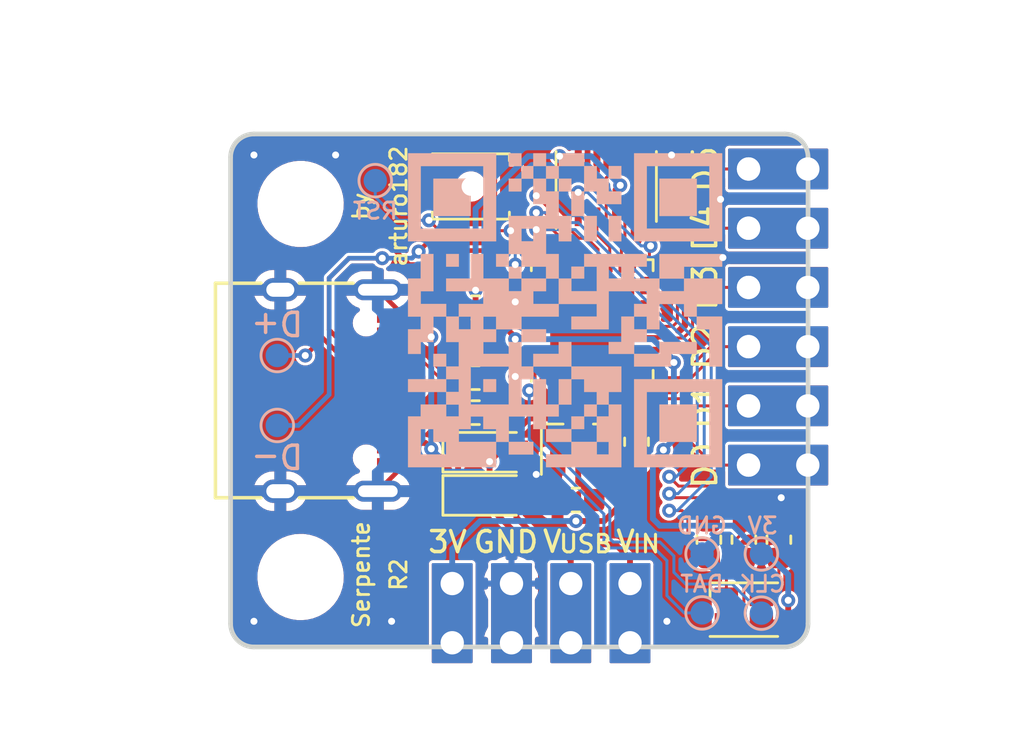
<source format=kicad_pcb>
(kicad_pcb (version 20221018) (generator pcbnew)
  (layers (0 "F.Cu" signal) (31 "B.Cu" signal) (34 "B.Paste" user) (35 "F.Paste" user) (36 "B.SilkS" user "B.Silkscreen") (37 "F.SilkS" user "F.Silkscreen") (38 "B.Mask" user) (39 "F.Mask" user) (44 "Edge.Cuts" user))
  (net 0 "")
  (net 1 "+5V")
  (net 2 "GND")
  (net 3 "+3V3")
  (net 4 "Net-(C4-Pad1)")
  (net 5 "VBUS")
  (net 6 "Net-(D3-Pad2)")
  (net 7 "Net-(D3-Pad1)")
  (net 8 "/USB_D+")
  (net 9 "Net-(J1-PadA5)")
  (net 10 "Net-(J1-PadB8)")
  (net 11 "/USB_D-")
  (net 12 "Net-(J1-PadB5)")
  (net 13 "Net-(J1-PadA8)")
  (net 14 "VIN")
  (net 15 "/GPIO5")
  (net 16 "/GPIO4")
  (net 17 "/GPIO3")
  (net 18 "/GPIO2")
  (net 19 "/GPIO1")
  (net 20 "/GPIO0")
  (net 21 "/LED_R")
  (net 22 "/LED_G")
  (net 23 "/LED_B")
  (net 24 "Net-(R6-Pad1)")
  (net 25 "Net-(TP2-Pad1)")
  (net 26 "/FLASH_SCK")
  (net 27 "/FLASH_MOSI")
  (net 28 "/FLASH_MISO")
  (net 29 "/FLASH_CS")
  (net 30 "Net-(U3-Pad27)")
  (net 31 "Net-(U3-Pad25)")
  (net 32 "Net-(U3-Pad15)")
  (net 33 "Net-(U3-Pad14)")
  (net 34 "Net-(U3-Pad13)")
  (net 35 "Net-(U3-Pad4)")
  (net 36 "Net-(U3-Pad3)")
  (net 37 "Net-(U3-Pad2)")
  (net 38 "Net-(U3-Pad1)")
  (net 39 "Net-(D3-Pad4)")
  (net 40 "/~{RESET}")
  (footprint "Capacitor_SMD:C_0603_1608Metric" (layer "F.Cu") (at 131.8 60.7)
    (fp_text reference "C1" hide)
    (fp_text value "1uF")
  )
  (footprint "Diode_SMD:D_SOD-323_HandSoldering" (layer "F.Cu") (at 128 58.65)
    (fp_text reference "D1" hide)
    (fp_text value "D_Schottky_Small")
  )
  (footprint "Connector_USB_Extra:USB_C_Receptacle_GT-USB-7010" (layer "F.Cu") (at 121 56 -90)
    (fp_text reference "J1" hide)
    (fp_text value "USB_C_Receptacle_USB2.0")
  )
  (footprint "Resistor_SMD:R_0603_1608Metric" (layer "F.Cu") (at 137.5 62.4 90)
    (fp_text reference "R1" hide)
    (fp_text value "360R")
  )
  (footprint "Resistor_SMD:R_0603_1608Metric" (layer "F.Cu") (at 139 62.4 90)
    (fp_text reference "R2" hide)
    (fp_text value "150R")
  )
  (footprint "Resistor_SMD:R_0603_1608Metric" (layer "F.Cu") (at 127.5 55.45 180)
    (fp_text reference "R4" hide)
    (fp_text value "5.1K")
  )
  (footprint "Resistor_SMD:R_0603_1608Metric" (layer "F.Cu") (at 127.5 56.95 180)
    (fp_text reference "R5" hide)
    (fp_text value "5.1K")
  )
  (footprint "Resistor_SMD:R_0603_1608Metric" (layer "F.Cu") (at 127.5 53.95 180)
    (fp_text reference "R6" hide)
    (fp_text value "1K")
  )
  (footprint "Button_Switch_SMD:SW_SPST_B3U-1000P-B" (layer "F.Cu") (at 127.3 47.25)
    (fp_text reference "SW1" hide)
    (fp_text value "SW_RESET")
  )
  (footprint "Package_SON_Extra:USON-8_3x4mm_P0.8mm" (layer "F.Cu") (at 133.1 47.25 90)
    (fp_text reference "U1" hide)
    (fp_text value "GD25Q32CNIGR")
  )
  (footprint "Package_TO_SOT_SMD:SOT-23" (layer "F.Cu") (at 131.9 58.2 90)
    (fp_text reference "U2" hide)
    (fp_text value "MCP1700-3302E_SOT23")
  )
  (footprint "MountingHole:MountingHole_3.2mm_M3" (layer "F.Cu") (at 120 64)
    (fp_text reference "REF**" hide)
    (fp_text value "MountingHole_3.2mm_M3")
  )
  (footprint "MountingHole:MountingHole_3.2mm_M3" (layer "F.Cu") (at 120 48)
    (fp_text reference "REF**" hide)
    (fp_text value "MountingHole_3.2mm_M3")
  )
  (footprint "Capacitor_SMD:C_0603_1608Metric" (layer "F.Cu") (at 127.5 52.45 180)
    (fp_text reference "C4" hide)
    (fp_text value "1uF")
  )
  (footprint "Capacitor_SMD:C_0603_1608Metric" (layer "F.Cu") (at 127.5 50.95 180)
    (fp_text reference "C2" hide)
    (fp_text value "0.1uF")
  )
  (footprint "Capacitor_SMD:C_0603_1608Metric" (layer "F.Cu") (at 134.4 58.2 90)
    (fp_text reference "C3" hide)
    (fp_text value "10uF")
  )
  (footprint "Package_DFN_QFN:QFN-32-1EP_5x5mm_P0.5mm_EP3.6x3.6mm" (layer "F.Cu") (at 132.5 53 90)
    (fp_text reference "U3" hide)
    (fp_text value "ATSAMD21E18A")
  )
  (footprint "LED_SMD:LED_Cree-PLCC4_2x2mm_CW" (layer "F.Cu") (at 139 65.4)
    (fp_text reference "D3" hide)
    (fp_text value "LED_RBAG")
  )
  (footprint "Diode_SMD:D_SOD-323_HandSoldering" (layer "F.Cu") (at 128 60.5)
    (fp_text reference "D2" hide)
    (fp_text value "D_Schottky_Small")
  )
  (footprint "Connector_PinHeader_2.54mm_Extra:PinHeader_1x06_P2.54mm_Vertical_Castellated" (layer "F.Cu") (at 139.2 46.5)
    (fp_text reference "J3" hide)
    (fp_text value "Conn_GPIO")
  )
  (footprint "Resistor_SMD:R_0603_1608Metric" (layer "F.Cu") (at 140.5 62.4 90)
    (fp_text reference "R3" hide)
    (fp_text value "150R")
  )
  (footprint "Connector_PinHeader_2.54mm_Extra:PinHeader_1x04_P2.54mm_Vertical_Castellated" (layer "F.Cu") (at 134.1191 64.2808 -90)
    (fp_text reference "J2" hide)
    (fp_text value "Conn_Power")
  )
  (footprint "TestPoint:TestPoint_Pad_D1.0mm" (layer "B.Cu") (at 137.21 63.01 180)
    (fp_text reference "TP4" hide)
    (fp_text value "TP_GND")
  )
  (footprint "serpente:qrcode" (layer "B.Cu") (at 131.318 52.578 180)
    (fp_text reference "G***" hide)
    (fp_text value "LOGO" hide)
  )
  (footprint "TestPoint:TestPoint_Pad_D1.0mm" (layer "B.Cu") (at 119 57.5)
    (fp_text reference "TP5" hide)
    (fp_text value "TP_USB_D-")
  )
  (footprint "TestPoint:TestPoint_Pad_D1.0mm" (layer "B.Cu") (at 119 54.5)
    (fp_text reference "TP6" hide)
    (fp_text value "TP_USB_D+")
  )
  (footprint "TestPoint:TestPoint_Pad_D1.0mm" (layer "B.Cu") (at 139.75 63.01 180)
    (fp_text reference "TP3" hide)
    (fp_text value "TP_VDD")
  )
  (footprint "TestPoint:TestPoint_Pad_D1.0mm" (layer "B.Cu") (at 137.21 65.54 180)
    (fp_text reference "TP2" hide)
    (fp_text value "TP_SWDIO")
  )
  (footprint "TestPoint:TestPoint_Pad_D1.0mm" (layer "B.Cu") (at 123.2 47)
    (fp_text reference "TP7" hide)
    (fp_text value "TP_RESET")
  )
  (footprint "TestPoint:TestPoint_Pad_D1.0mm" (layer "B.Cu") (at 139.75 65.55 180)
    (fp_text reference "TP1" hide)
    (fp_text value "TP_SWCLK")
  )
  (gr_line (start 140.75 67) (end 118 67) (stroke (width 0.2)) (layer "Edge.Cuts"))
  (gr_arc (start 118 67) (mid 117.292893 66.707107) (end 117 66) (stroke (width 0.2)) (layer "Edge.Cuts"))
  (gr_arc (start 140.75 45) (mid 141.457107 45.292893) (end 141.75 46) (stroke (width 0.2)) (layer "Edge.Cuts"))
  (gr_arc (start 141.75 66) (mid 141.457107 66.707107) (end 140.75 67) (stroke (width 0.2)) (layer "Edge.Cuts"))
  (gr_line (start 117 46) (end 117 66) (stroke (width 0.2)) (layer "Edge.Cuts"))
  (gr_arc (start 117 46) (mid 117.292893 45.292893) (end 118 45) (stroke (width 0.2)) (layer "Edge.Cuts"))
  (gr_line (start 118 45) (end 140.75 45) (stroke (width 0.2)) (layer "Edge.Cuts"))
  (gr_line (start 141.75 46) (end 141.75 66) (stroke (width 0.2)) (layer "Edge.Cuts"))
  (gr_text "+" (at 118.5 53.2 180) (layer "B.SilkS") (effects (font (size 1 1))))
  (gr_text "D" (at 119.6 58.8 180) (layer "B.SilkS") (effects (font (size 1 1))))
  (gr_text "CLK" (at 139.8 64.3) (layer "B.SilkS") (effects (font (size 0.7 0.7) (thickness 0.12)) (justify mirror)))
  (gr_text "DAT" (at 137.2 64.3) (layer "B.SilkS") (effects (font (size 0.7 0.7) (thickness 0.12)) (justify mirror)))
  (gr_text "GND" (at 137.2 61.8) (layer "B.SilkS") (effects (font (size 0.7 0.7) (thickness 0.12)) (justify mirror)))
  (gr_text "3V" (at 139.8 61.8) (layer "B.SilkS") (effects (font (size 0.7 0.7) (thickness 0.12)) (justify mirror)))
  (gr_text "RST" (at 123.2 48.3) (layer "B.SilkS") (effects (font (size 0.7 0.7) (thickness 0.12)) (justify mirror)))
  (gr_text "D" (at 119.6 53.1 180) (layer "B.SilkS") (effects (font (size 1 1))))
  (gr_text "-" (at 118.5 58.9 180) (layer "B.SilkS") (effects (font (size 1 1))))
  (gr_text "D4" (at 137.3346 49.0474 90) (layer "F.SilkS") (effects (font (size 1 1))))
  (gr_text "D3" (at 137.3346 51.5874 90) (layer "F.SilkS") (effects (font (size 1 1))))
  (gr_text "D2" (at 137.3346 54.1274 90) (layer "F.SilkS") (effects (font (size 1 1))))
  (gr_text "D1" (at 137.3346 56.6674 90) (layer "F.SilkS") (effects (font (size 1 1))))
  (gr_text "D0" (at 137.3346 59.2074 90) (layer "F.SilkS") (effects (font (size 1 1))))
  (gr_text "V" (at 130.7895 62.4808) (layer "F.SilkS") (effects (font (size 0.9 0.9))))
  (gr_text "GND" (at 128.8 62.5) (layer "F.SilkS") (effects (font (size 0.9 0.9))))
  (gr_text "V" (at 133.9295 62.4808) (layer "F.SilkS") (effects (font (size 0.9 0.9))))
  (gr_text "3V" (at 126.3 62.5) (layer "F.SilkS") (effects (font (size 0.9 0.9))))
  (gr_text "USB" (at 132.2191 62.5808) (layer "F.SilkS") (effects (font (size 0.75 0.75) (thickness 0.13))))
  (gr_text "IN" (at 134.8191 62.5808) (layer "F.SilkS") (effects (font (size 0.75 0.75) (thickness 0.13))))
  (gr_text "arturo182" (at 124.2 48.1 90) (layer "F.SilkS") (effects (font (size 0.7 0.7) (thickness 0.12))))
  (gr_text "R2" (at 124.2 63.9 90) (layer "F.SilkS") (effects (font (size 0.7 0.7) (thickness 0.12))))
  (gr_text "Serpente" (at 122.6 63.9 90) (layer "F.SilkS") (effects (font (size 0.7 0.7) (thickness 0.12))))
  (gr_text "by" (at 122.6 48.1 90) (layer "F.SilkS") (effects (font (size 0.7 0.7) (thickness 0.12))))
  (gr_text "D5" (at 137.3346 46.5074 90) (layer "F.SilkS") (effects (font (size 1 1))))
  (segment (start 129.2 57.8) (end 129.8 57.2) (width 0.25) (layer "F.Cu") (net 1))
  (segment (start 126.75 58.65) (end 127.45 58.65) (width 0.25) (layer "F.Cu") (net 1))
  (segment (start 126.75 58.65) (end 126.75 60.5) (width 0.25) (layer "F.Cu") (net 1))
  (segment (start 127.45 58.65) (end 128.3 57.8) (width 0.25) (layer "F.Cu") (net 1))
  (segment (start 129.8 57.2) (end 131.9 57.2) (width 0.25) (layer "F.Cu") (net 1))
  (segment (start 128.3 57.8) (end 129.2 57.8) (width 0.25) (layer "F.Cu") (net 1))
  (segment (start 131.9 59.9125) (end 132.5875 60.6) (width 0.25) (layer "F.Cu") (net 1))
  (segment (start 131.9 57.2) (end 131.9 59.9125) (width 0.25) (layer "F.Cu") (net 1))
  (segment (start 130.3 63.9) (end 130.3 64.8) (width 0.25) (layer "F.Cu") (net 2))
  (segment (start 129.0391 62.8391) (end 129.0391 66.64799) (width 0.25) (layer "F.Cu") (net 2))
  (segment (start 135.45 54.25) (end 135.600001 54.099999) (width 0.25) (layer "F.Cu") (net 2))
  (segment (start 124.15 59.48) (end 123.31 60.32) (width 0.2) (layer "F.Cu") (net 2))
  (segment (start 129.2 52.4) (end 129.2 52.2) (width 0.25) (layer "F.Cu") (net 2))
  (segment (start 130.241181 64.2808) (end 130.3 64.221981) (width 0.25) (layer "F.Cu") (net 2))
  (segment (start 130.05 52.75) (end 129.55 52.75) (width 0.25) (layer "F.Cu") (net 2))
  (segment (start 127.7 64.143781) (end 127.7 64.7) (width 0.25) (layer "F.Cu") (net 2))
  (segment (start 129.0391 64.2808) (end 130.241181 64.2808) (width 0.25) (layer "F.Cu") (net 2))
  (segment (start 129.0391 64.2808) (end 127.837019 64.2808) (width 0.25) (layer "F.Cu") (net 2))
  (segment (start 126.7125 50.95) (end 126.7125 52.45) (width 0.25) (layer "F.Cu") (net 2))
  (segment (start 124.35 52.75) (end 124.15 52.95) (width 0.25) (layer "F.Cu") (net 2))
  (segment (start 124.15 52.95) (end 124.15 52.65) (width 0.2) (layer "F.Cu") (net 2))
  (segment (start 124.15 52.52) (end 123.31 51.68) (width 0.2) (layer "F.Cu") (net 2))
  (segment (start 134.95 54.25) (end 135.45 54.25) (width 0.25) (layer "F.Cu") (net 2))
  (segment (start 124.15 59.05) (end 124.15 59.35) (width 0.2) (layer "F.Cu") (net 2))
  (segment (start 135.600001 54.099999) (end 136.500011 54.099999) (width 0.25) (layer "F.Cu") (net 2))
  (segment (start 129.55 52.75) (end 129.2 52.4) (width 0.25) (layer "F.Cu") (net 2))
  (segment (start 130.1 59.6) (end 130.55 59.6) (width 0.25) (layer "F.Cu") (net 2))
  (segment (start 128.2875 55.45) (end 128.2875 56.95) (width 0.25) (layer "F.Cu") (net 2))
  (segment (start 127.837019 64.2808) (end 127.7 64.143781) (width 0.25) (layer "F.Cu") (net 2))
  (via (at 135.7 65.9) (size 0.6) (drill 0.3) (layers "F.Cu" "B.Cu") (net 2))
  (via (at 135.9 45.9) (size 0.6) (drill 0.3) (layers "F.Cu" "B.Cu") (net 2))
  (via (at 123.9 65.9) (size 0.6) (drill 0.3) (layers "F.Cu" "B.Cu") (net 2))
  (via (at 121.5 45.9) (size 0.6) (drill 0.3) (layers "F.Cu" "B.Cu") (net 2))
  (via (at 140.6 60.6) (size 0.6) (drill 0.3) (layers "F.Cu" "B.Cu") (net 2))
  (via (at 130.1 59.6) (size 0.6) (drill 0.3) (layers "F.Cu" "B.Cu") (net 2))
  (via (at 138.1 50.3) (size 0.6) (drill 0.3) (layers "F.Cu" "B.Cu") (net 2))
  (via (at 118 65.9) (size 0.6) (drill 0.3) (layers "F.Cu" "B.Cu") (net 2))
  (via (at 118 45.9) (size 0.6) (drill 0.3) (layers "F.Cu" "B.Cu") (net 2))
  (via (at 138 47.8) (size 0.6) (drill 0.3) (layers "F.Cu" "B.Cu") (net 2))
  (via (at 129.2 52.2) (size 0.6) (drill 0.3) (layers "F.Cu" "B.Cu") (net 2))
  (segment (start 127.7 64.143781) (end 127.7 64.9) (width 0.25) (layer "B.Cu") (net 2))
  (segment (start 129.0391 64.2808) (end 127.837019 64.2808) (width 0.25) (layer "B.Cu") (net 2))
  (segment (start 130.4 64.121981) (end 130.4 64.9) (width 0.25) (layer "B.Cu") (net 2))
  (segment (start 130.241181 64.2808) (end 130.4 64.121981) (width 0.25) (layer "B.Cu") (net 2))
  (segment (start 129.0391 64.2808) (end 130.241181 64.2808) (width 0.25) (layer "B.Cu") (net 2))
  (segment (start 129.0391 64.2808) (end 129.0391 62.9609) (width 0.25) (layer "B.Cu") (net 2))
  (segment (start 127.837019 64.2808) (end 127.7 64.143781) (width 0.25) (layer "B.Cu") (net 2))
  (segment (start 133.6 59.2) (end 133.8 59.2) (width 0.25) (layer "F.Cu") (net 3))
  (segment (start 133.4 59.2) (end 133.6 59.2) (width 0.25) (layer "F.Cu") (net 3))
  (segment (start 126.4991 64.2808) (end 126.4991 66.64799) (width 0.25) (layer "F.Cu") (net 3))
  (segment (start 140.45 65.95) (end 139.75 65.95) (width 0.25) (layer "F.Cu") (net 3))
  (segment (start 132.6 46.7) (end 132 46.7) (width 0.25) (layer "F.Cu") (net 3))
  (segment (start 132.85 59.2) (end 133.4 59.2) (width 0.25) (layer "F.Cu") (net 3))
  (segment (start 131.9 46.6) (end 131.9 45.95) (width 0.25) (layer "F.Cu") (net 3))
  (segment (start 140.9 65.5) (end 140.45 65.95) (width 0.25) (layer "F.Cu") (net 3))
  (segment (start 127.5 53.4) (end 126.95 53.95) (width 0.25) (layer "F.Cu") (net 3))
  (segment (start 128.701248 53.22299) (end 127.62299 53.22299) (width 0.25) (layer "F.Cu") (net 3))
  (segment (start 133.5 59.2) (end 133.6 59.3) (width 0.25) (layer "F.Cu") (net 3))
  (segment (start 127.62299 53.22299) (end 127.5 53.1) (width 0.25) (layer "F.Cu") (net 3))
  (segment (start 127.5 51.4) (end 127.5 51.7) (width 0.25) (layer "F.Cu") (net 3))
  (segment (start 133.8 59.2) (end 134.1875 59.2) (width 0.25) (layer "F.Cu") (net 3))
  (segment (start 129.2 53.721742) (end 128.701248 53.22299) (width 0.25) (layer "F.Cu") (net 3))
  (segment (start 132 46.7) (end 131.9 46.6) (width 0.25) (layer "F.Cu") (net 3))
  (segment (start 134.95 54.75) (end 135.95 54.75) (width 0.25) (layer "F.Cu") (net 3))
  (segment (start 135.1125 58.9875) (end 135.55 58.55) (width 0.25) (layer "F.Cu") (net 3))
  (segment (start 127.5 53.1) (end 127.5 53.4) (width 0.25) (layer "F.Cu") (net 3))
  (segment (start 131.1 46.374264) (end 131.425736 46.7) (width 0.25) (layer "F.Cu") (net 3))
  (segment (start 140.9 65) (end 140.9 65.5) (width 0.25) (layer "F.Cu") (net 3))
  (segment (start 133.014129 61.6) (end 133.6 61.014129) (width 0.25) (layer "F.Cu") (net 3))
  (segment (start 133.6 59.3) (end 133.6 59.2) (width 0.25) (layer "F.Cu") (net 3))
  (segment (start 131.425736 46.7) (end 132 46.7) (width 0.25) (layer "F.Cu") (net 3))
  (segment (start 131.8 61.6) (end 133.014129 61.6) (width 0.25) (layer "F.Cu") (net 3))
  (segment (start 132.7 45.95) (end 132.7 46.6) (width 0.25) (layer "F.Cu") (net 3))
  (segment (start 133.5 48.55) (end 133.5 47.4) (width 0.25) (layer "F.Cu") (net 3))
  (segment (start 133.7 59.2) (end 133.6 59.3) (width 0.25) (layer "F.Cu") (net 3))
  (segment (start 129.25 53.75) (end 129.2 53.8) (width 0.25) (layer "F.Cu") (net 3))
  (segment (start 132.7 46.6) (end 132.6 46.7) (width 0.25) (layer "F.Cu") (net 3))
  (segment (start 130.05 53.75) (end 129.25 53.75) (width 0.25) (layer "F.Cu") (net 3))
  (segment (start 127.95 50.95) (end 127.5 51.4) (width 0.25) (layer "F.Cu") (net 3))
  (segment (start 129.2 53.8) (end 129.2 53.721742) (width 0.25) (layer "F.Cu") (net 3))
  (segment (start 135.95 54.75) (end 136 54.8) (width 0.25) (layer "F.Cu") (net 3))
  (segment (start 133.5 47.4) (end 133.7 47.2) (width 0.25) (layer "F.Cu") (net 3))
  (segment (start 134.4 58.9875) (end 135.1125 58.9875) (width 0.25) (layer "F.Cu") (net 3))
  (segment (start 127.5 51.7) (end 127.5 53.1) (width 0.25) (layer "F.Cu") (net 3))
  (segment (start 131.1 45.95) (end 131.1 46.374264) (width 0.25) (layer "F.Cu") (net 3))
  (segment (start 133.6 61.014129) (end 133.6 59.3) (width 0.25) (layer "F.Cu") (net 3))
  (via (at 131.1 45.95) (size 0.6) (drill 0.3) (layers "F.Cu" "B.Cu") (net 3))
  (via (at 133.7 47.2) (size 0.6) (drill 0.3) (layers "F.Cu" "B.Cu") (net 3))
  (via (at 136 54.8) (size 0.6) (drill 0.3) (layers "F.Cu" "B.Cu") (net 3))
  (via (at 131.8 61.6) (size 0.6) (drill 0.3) (layers "F.Cu" "B.Cu") (net 3))
  (via (at 140.9 65) (size 0.6) (drill 0.3) (layers "F.Cu" "B.Cu") (net 3))
  (via (at 135.55 58.55) (size 0.6) (drill 0.3) (layers "F.Cu" "B.Cu") (net 3))
  (via (at 127.5 51.7) (size 0.6) (drill 0.3) (layers "F.Cu" "B.Cu") (net 3))
  (via (at 129.2 53.8) (size 0.6) (drill 0.3) (layers "F.Cu" "B.Cu") (net 3))
  (segment (start 136 58.1) (end 136 54.8) (width 0.25) (layer "B.Cu") (net 3))
  (segment (start 140.01 63.01) (end 140.9 63.9) (width 0.25) (layer "B.Cu") (net 3))
  (segment (start 135.55 58.55) (end 135.1 59) (width 0.25) (layer "B.Cu") (net 3))
  (segment (start 136 54.8) (end 136 54.7) (width 0.25) (layer "B.Cu") (net 3))
  (segment (start 129.75 45.95) (end 127.5 48.2) (width 0.25) (layer "B.Cu") (net 3))
  (segment (start 126.4991 64.2808) (end 126.4991 62.8009) (width 0.25) (layer "B.Cu") (net 3))
  (segment (start 126.4991 62.8009) (end 127.7 61.6) (width 0.25) (layer "B.Cu") (net 3))
  (segment (start 136 54.7) (end 135.1 53.8) (width 0.25) (layer "B.Cu") (net 3))
  (segment (start 135.55 58.55) (end 136 58.1) (width 0.25) (layer "B.Cu") (net 3))
  (segment (start 135.4 61.8) (end 138.54 61.8) (width 0.25) (layer "B.Cu") (net 3))
  (segment (start 131.1 45.95) (end 129.75 45.95) (width 0.25) (layer "B.Cu") (net 3))
  (segment (start 135.1 61.5) (end 135.4 61.8) (width 0.25) (layer "B.Cu") (net 3))
  (segment (start 132.45 45.95) (end 131.1 45.95) (width 0.25) (layer "B.Cu") (net 3))
  (segment (start 135.1 59) (end 135.1 61.5) (width 0.25) (layer "B.Cu") (net 3))
  (segment (start 127.5 48.2) (end 127.5 51.7) (width 0.25) (layer "B.Cu") (net 3))
  (segment (start 133.7 47.2) (end 132.45 45.95) (width 0.25) (layer "B.Cu") (net 3))
  (segment (start 140.9 63.9) (end 140.9 65) (width 0.25) (layer "B.Cu") (net 3))
  (segment (start 135.1 53.8) (end 129.2 53.8) (width 0.25) (layer "B.Cu") (net 3))
  (segment (start 138.54 61.8) (end 139.75 63.01) (width 0.25) (layer "B.Cu") (net 3))
  (segment (start 127.7 61.6) (end 131.8 61.6) (width 0.25) (layer "B.Cu") (net 3))
  (segment (start 129.46875 53.25) (end 128.66875 52.45) (width 0.127) (layer "F.Cu") (net 4))
  (segment (start 130.05 53.25) (end 129.46875 53.25) (width 0.127) (layer "F.Cu") (net 4))
  (segment (start 131.5791 64.2808) (end 131.5791 66.64799) (width 0.25) (layer "F.Cu") (net 5))
  (segment (start 128.5 58.65) (end 128.1 59.05) (width 0.25) (layer "F.Cu") (net 5))
  (segment (start 128.1 59.05) (end 128.1 61) (width 0.25) (layer "F.Cu") (net 5))
  (segment (start 129.25 58.65) (end 128.5 58.65) (width 0.25) (layer "F.Cu") (net 5))
  (segment (start 128.1 61) (end 130.1 63) (width 0.25) (layer "F.Cu") (net 5))
  (segment (start 125.55 53.75) (end 125.6 53.7) (width 0.25) (layer "F.Cu") (net 5))
  (segment (start 130.1 63) (end 131.3 63) (width 0.25) (layer "F.Cu") (net 5))
  (segment (start 124.15 53.75) (end 125.55 53.75) (width 0.25) (layer "F.Cu") (net 5))
  (segment (start 125.35 58.25) (end 125.6 58.5) (width 0.25) (layer "F.Cu") (net 5))
  (segment (start 124.15 58.55) (end 124.15 58.25) (width 0.25) (layer "F.Cu") (net 5))
  (segment (start 124.15 53.45) (end 124.15 53.75) (width 0.25) (layer "F.Cu") (net 5))
  (segment (start 131.3 63) (end 131.5791 63.2791) (width 0.25) (layer "F.Cu") (net 5))
  (segment (start 124.15 58.25) (end 125.35 58.25) (width 0.25) (layer "F.Cu") (net 5))
  (segment (start 131.5791 63.2791) (end 131.5791 64.2808) (width 0.25) (layer "F.Cu") (net 5))
  (via (at 125.6 58.5) (size 0.6) (drill 0.3) (layers "F.Cu" "B.Cu") (net 5))
  (via (at 128.1 59.05) (size 0.6) (drill 0.3) (layers "F.Cu" "B.Cu") (net 5))
  (via (at 125.6 53.7) (size 0.6) (drill 0.3) (layers "F.Cu" "B.Cu") (net 5))
  (segment (start 125.6 58.5) (end 125.6 53.7) (width 0.25) (layer "B.Cu") (net 5))
  (segment (start 126.2 59.1) (end 128.05 59.1) (width 0.25) (layer "B.Cu") (net 5))
  (segment (start 128.05 59.1) (end 128.1 59.05) (width 0.25) (layer "B.Cu") (net 5))
  (segment (start 125.6 58.5) (end 126.2 59.1) (width 0.25) (layer "B.Cu") (net 5))
  (segment (start 140.5 63.1875) (end 140.5 64.2) (width 0.127) (layer "F.Cu") (net 6))
  (segment (start 140.5 64.2) (end 139.85 64.85) (width 0.127) (layer "F.Cu") (net 6))
  (segment (start 138.25 64.85) (end 138.25 63.9375) (width 0.127) (layer "F.Cu") (net 7))
  (segment (start 138.25 63.9375) (end 137.5 63.1875) (width 0.127) (layer "F.Cu") (net 7))
  (segment (start 123.852962 49.797998) (end 122.002002 49.797998) (width 0.2) (layer "F.Cu") (net 8))
  (segment (start 120.775 51.025) (end 120.775 53.575) (width 0.2) (layer "F.Cu") (net 8))
  (segment (start 130.6 50) (end 125.95 50) (width 0.2) (layer "F.Cu") (net 8))
  (segment (start 125.95 50) (end 125.35 50.6) (width 0.2) (layer "F.Cu") (net 8))
  (segment (start 122.95 55.75) (end 120.775 53.575) (width 0.2) (layer "F.Cu") (net 8))
  (segment (start 124.15 55.75) (end 123.075 55.75) (width 0.2) (layer "F.Cu") (net 8))
  (segment (start 122.9 56.575) (end 123.075 56.75) (width 0.2) (layer "F.Cu") (net 8))
  (segment (start 120.2 54.5) (end 120.775 53.925) (width 0.2) (layer "F.Cu") (net 8))
  (segment (start 130.75 50.15) (end 130.6 50) (width 0.2) (layer "F.Cu") (net 8))
  (segment (start 124.654964 50.6) (end 123.852962 49.797998) (width 0.2) (layer "F.Cu") (net 8))
  (segment (start 122.002002 49.797998) (end 120.775 51.025) (width 0.2) (layer "F.Cu") (net 8))
  (segment (start 123.075 55.75) (end 122.9 55.925) (width 0.2) (layer "F.Cu") (net 8))
  (segment (start 125.35 50.6) (end 124.654964 50.6) (width 0.2) (layer "F.Cu") (net 8))
  (segment (start 120.775 53.925) (end 120.775 53.575) (width 0.2) (layer "F.Cu") (net 8))
  (segment (start 123.075 56.75) (end 124.15 56.75) (width 0.2) (layer "F.Cu") (net 8))
  (segment (start 122.9 55.925) (end 122.9 56.575) (width 0.2) (layer "F.Cu") (net 8))
  (segment (start 123.075 55.75) (end 122.95 55.75) (width 0.2) (layer "F.Cu") (net 8))
  (via (at 120.2 54.5) (size 0.6) (drill 0.3) (layers "F.Cu" "B.Cu") (net 8))
  (segment (start 119 54.5) (end 120.2 54.5) (width 0.2) (layer "B.Cu") (net 8))
  (segment (start 125.95 55.45) (end 126.7125 55.45) (width 0.127) (layer "F.Cu") (net 9))
  (segment (start 124.15 54.75) (end 125.25 54.75) (width 0.127) (layer "F.Cu") (net 9))
  (segment (start 125.25 54.75) (end 125.95 55.45) (width 0.127) (layer "F.Cu") (net 9))
  (segment (start 123.075 55.25) (end 121.225 53.4) (width 0.2) (layer "F.Cu") (net 11))
  (segment (start 125.252001 56.052001) (end 125.054002 56.25) (width 0.2) (layer "F.Cu") (net 11))
  (segment (start 121.225 51.175) (end 122.075 50.325) (width 0.2) (layer "F.Cu") (net 11))
  (segment (start 131.25 50.05) (end 131.25 50.55) (width 0.2) (layer "F.Cu") (net 11))
  (segment (start 122.075 50.325) (end 123.500006 50.325) (width 0.2) (layer "F.Cu") (net 11))
  (segment (start 124.15 55.25) (end 125.083602 55.25) (width 0.2) (layer "F.Cu") (net 11))
  (segment (start 125.0591 50.040902) (end 125.427013 49.672989) (width 0.2) (layer "F.Cu") (net 11))
  (segment (start 130.872989 49.672989) (end 131.25 50.05) (width 0.2) (layer "F.Cu") (net 11))
  (segment (start 125.252001 55.418399) (end 125.252001 56.052001) (width 0.2) (layer "F.Cu") (net 11))
  (segment (start 125.083602 55.25) (end 125.252001 55.418399) (width 0.2) (layer "F.Cu") (net 11))
  (segment (start 125.427013 49.672989) (end 130.872989 49.672989) (width 0.2) (layer "F.Cu") (net 11))
  (segment (start 124.15 55.25) (end 123.075 55.25) (width 0.2) (layer "F.Cu") (net 11))
  (segment (start 121.225 53.4) (end 121.225 51.175) (width 0.2) (layer "F.Cu") (net 11))
  (segment (start 125.054002 56.25) (end 124.15 56.25) (width 0.2) (layer "F.Cu") (net 11))
  (via (at 125.0591 50.040902) (size 0.6) (drill 0.3) (layers "F.Cu" "B.Cu") (net 11))
  (via (at 123.500006 50.325) (size 0.6) (drill 0.3) (layers "F.Cu" "B.Cu") (net 11))
  (segment (start 119.9 57.5) (end 121.225 56.175) (width 0.2) (layer "B.Cu") (net 11))
  (segment (start 125.059098 50.040902) (end 124.775 50.325) (width 0.2) (layer "B.Cu") (net 11))
  (segment (start 119 57.5) (end 119.9 57.5) (width 0.2) (layer "B.Cu") (net 11))
  (segment (start 125.0591 50.040902) (end 125.059098 50.040902) (width 0.2) (layer "B.Cu") (net 11))
  (segment (start 121.225 56.175) (end 121.225 51.175) (width 0.2) (layer "B.Cu") (net 11))
  (segment (start 121.225 51.175) (end 122.075 50.325) (width 0.2) (layer "B.Cu") (net 11))
  (segment (start 122.075 50.325) (end 123.500006 50.325) (width 0.2) (layer "B.Cu") (net 11))
  (segment (start 124.775 50.325) (end 123.500006 50.325) (width 0.2) (layer "B.Cu") (net 11))
  (segment (start 125.15 57.75) (end 125.95 56.95) (width 0.127) (layer "F.Cu") (net 12))
  (segment (start 125.95 56.95) (end 126.7125 56.95) (width 0.127) (layer "F.Cu") (net 12))
  (segment (start 124.15 57.75) (end 125.15 57.75) (width 0.127) (layer "F.Cu") (net 12))
  (segment (start 134.1191 64.2808) (end 134.1191 66.64799) (width 0.25) (layer "F.Cu") (net 14))
  (segment (start 130.4 62.6) (end 129.25 61.45) (width 0.25) (layer "F.Cu") (net 14))
  (segment (start 133.5 62.6) (end 130.4 62.6) (width 0.25) (layer "F.Cu") (net 14))
  (segment (start 134.1191 63.2191) (end 133.5 62.6) (width 0.25) (layer "F.Cu") (net 14))
  (segment (start 134.1191 64.2808) (end 134.1191 63.2191) (width 0.25) (layer "F.Cu") (net 14))
  (segment (start 129.25 61.45) (end 129.25 60.5) (width 0.25) (layer "F.Cu") (net 14))
  (segment (start 134.95 53.25) (end 135.95 53.25) (width 0.127) (layer "F.Cu") (net 15))
  (segment (start 138.1 46.5) (end 138.15 46.5) (width 0.127) (layer "F.Cu") (net 15))
  (segment (start 135.95 53.25) (end 136.15 53.05) (width 0.127) (layer "F.Cu") (net 15))
  (segment (start 138.15 46.5) (end 141.75949 46.5) (width 0.127) (layer "F.Cu") (net 15))
  (segment (start 136.15 48.45) (end 138.1 46.5) (width 0.127) (layer "F.Cu") (net 15))
  (segment (start 136.15 53.05) (end 136.15 48.45) (width 0.127) (layer "F.Cu") (net 15))
  (segment (start 136.8 49.8) (end 136.8 53.353812) (width 0.127) (layer "F.Cu") (net 16))
  (segment (start 136.403812 53.75) (end 134.95 53.75) (width 0.127) (layer "F.Cu") (net 16))
  (segment (start 141.75949 49.04) (end 137.56 49.04) (width 0.127) (layer "F.Cu") (net 16))
  (segment (start 136.8 53.353812) (end 136.403812 53.75) (width 0.127) (layer "F.Cu") (net 16))
  (segment (start 137.56 49.04) (end 136.8 49.8) (width 0.127) (layer "F.Cu") (net 16))
  (segment (start 139.5 51.58) (end 141.75949 51.58) (width 0.127) (layer "F.Cu") (net 17))
  (segment (start 137.7 54) (end 136.25 55.45) (width 0.127) (layer "F.Cu") (net 17))
  (segment (start 137.7 51.877919) (end 137.7 54) (width 0.127) (layer "F.Cu") (net 17))
  (segment (start 137.997919 51.58) (end 137.7 51.877919) (width 0.127) (layer "F.Cu") (net 17))
  (segment (start 136.25 55.45) (end 134.25 55.45) (width 0.127) (layer "F.Cu") (net 17))
  (segment (start 139.2 51.58) (end 137.997919 51.58) (width 0.127) (layer "F.Cu") (net 17))
  (segment (start 133.9 56.1) (end 136.1 56.1) (width 0.127) (layer "F.Cu") (net 18))
  (segment (start 141.75949 54.12) (end 138.08 54.12) (width 0.127) (layer "F.Cu") (net 18))
  (segment (start 138.08 54.12) (end 136.1 56.1) (width 0.127) (layer "F.Cu") (net 18))
  (segment (start 133.75 55.95) (end 133.9 56.1) (width 0.127) (layer "F.Cu") (net 18))
  (segment (start 133.75 55.45) (end 133.75 55.95) (width 0.127) (layer "F.Cu") (net 18))
  (segment (start 141.75949 56.66) (end 136.66 56.66) (width 0.127) (layer "F.Cu") (net 19))
  (segment (start 133.25 55.95) (end 133.25 55.45) (width 0.127) (layer "F.Cu") (net 19))
  (segment (start 133.65401 56.35401) (end 133.25 55.95) (width 0.127) (layer "F.Cu") (net 19))
  (segment (start 136.35401 56.35401) (end 133.65401 56.35401) (width 0.127) (layer "F.Cu") (net 19))
  (segment (start 136.66 56.66) (end 136.35401 56.35401) (width 0.127) (layer "F.Cu") (net 19))
  (segment (start 135.133142 56.633142) (end 137.7 59.2) (width 0.127) (layer "F.Cu") (net 20))
  (segment (start 133.366858 56.633142) (end 135.133142 56.633142) (width 0.127) (layer "F.Cu") (net 20))
  (segment (start 137.7 59.2) (end 141.75949 59.2) (width 0.127) (layer "F.Cu") (net 20))
  (segment (start 132.75 55.45) (end 132.75 56.016284) (width 0.127) (layer "F.Cu") (net 20))
  (segment (start 132.75 56.016284) (end 133.366858 56.633142) (width 0.127) (layer "F.Cu") (net 20))
  (segment (start 130.472997 48.372997) (end 130.1 48.372997) (width 0.127) (layer "F.Cu") (net 21))
  (segment (start 137.5 61) (end 137.5 61.6125) (width 0.127) (layer "F.Cu") (net 21))
  (segment (start 132.25 50.55) (end 132.25 49.95) (width 0.127) (layer "F.Cu") (net 21))
  (segment (start 137.1 60.6) (end 137.5 61) (width 0.127) (layer "F.Cu") (net 21))
  (segment (start 135.972997 60.6) (end 137.1 60.6) (width 0.127) (layer "F.Cu") (net 21))
  (segment (start 132.25 49.95) (end 132.05 49.75) (width 0.127) (layer "F.Cu") (net 21))
  (segment (start 132.05 49.75) (end 131.85 49.75) (width 0.127) (layer "F.Cu") (net 21))
  (segment (start 131.85 49.75) (end 130.472997 48.372997) (width 0.127) (layer "F.Cu") (net 21))
  (segment (start 135.8 60.427003) (end 135.972997 60.6) (width 0.127) (layer "F.Cu") (net 21))
  (via (at 130.1 48.372997) (size 0.6) (drill 0.3) (layers "F.Cu" "B.Cu") (net 21))
  (via (at 135.8 60.427003) (size 0.6) (drill 0.3) (layers "F.Cu" "B.Cu") (net 21))
  (segment (start 130.772997 48.372997) (end 130.1 48.372997) (width 0.127) (layer "B.Cu") (net 21))
  (segment (start 137.3 59.3) (end 137.3 54.2) (width 0.127) (layer "B.Cu") (net 21))
  (segment (start 131.2 48.8) (end 130.772997 48.372997) (width 0.127) (layer "B.Cu") (net 21))
  (segment (start 136.172997 60.427003) (end 137.3 59.3) (width 0.127) (layer "B.Cu") (net 21))
  (segment (start 135.8 60.427003) (end 136.172997 60.427003) (width 0.127) (layer "B.Cu") (net 21))
  (segment (start 131.9 48.8) (end 131.2 48.8) (width 0.127) (layer "B.Cu") (net 21))
  (segment (start 137.3 54.2) (end 131.9 48.8) (width 0.127) (layer "B.Cu") (net 21))
  (segment (start 138.65 62.4) (end 136.8 62.4) (width 0.127) (layer "F.Cu") (net 22))
  (segment (start 132.75 50.55) (end 132.75 49.95) (width 0.127) (layer "F.Cu") (net 22))
  (segment (start 136.354006 61.154006) (end 135.8 61.154006) (width 0.127) (layer "F.Cu") (net 22))
  (segment (start 131.929612 49.470388) (end 130.105218 47.645994) (width 0.127) (layer "F.Cu") (net 22))
  (segment (start 136.6 61.4) (end 136.354006 61.154006) (width 0.127) (layer "F.Cu") (net 22))
  (segment (start 130.105218 47.645994) (end 130.1 47.645994) (width 0.127) (layer "F.Cu") (net 22))
  (segment (start 132.270388 49.470388) (end 131.929612 49.470388) (width 0.127) (layer "F.Cu") (net 22))
  (segment (start 139 62.05) (end 138.65 62.4) (width 0.127) (layer "F.Cu") (net 22))
  (segment (start 136.8 62.4) (end 136.6 62.2) (width 0.127) (layer "F.Cu") (net 22))
  (segment (start 136.6 62.2) (end 136.6 61.4) (width 0.127) (layer "F.Cu") (net 22))
  (segment (start 139 61.6125) (end 139 62.05) (width 0.127) (layer "F.Cu") (net 22))
  (segment (start 132.75 49.95) (end 132.270388 49.470388) (width 0.127) (layer "F.Cu") (net 22))
  (via (at 135.8 61.154006) (size 0.6) (drill 0.3) (layers "F.Cu" "B.Cu") (net 22))
  (via (at 130.1 47.645994) (size 0.6) (drill 0.3) (layers "F.Cu" "B.Cu") (net 22))
  (segment (start 132 48.5) (end 131.5 48.5) (width 0.127) (layer "B.Cu") (net 22))
  (segment (start 137.6 54.1) (end 132 48.5) (width 0.127) (layer "B.Cu") (net 22))
  (segment (start 136.145994 61.154006) (end 137.6 59.7) (width 0.127) (layer "B.Cu") (net 22))
  (segment (start 137.6 59.7) (end 137.6 54.1) (width 0.127) (layer "B.Cu") (net 22))
  (segment (start 135.8 61.154006) (end 136.145994 61.154006) (width 0.127) (layer "B.Cu") (net 22))
  (segment (start 131.5 48.5) (end 130.645994 47.645994) (width 0.127) (layer "B.Cu") (net 22))
  (segment (start 130.645994 47.645994) (end 130.1 47.645994) (width 0.127) (layer "B.Cu") (net 22))
  (segment (start 131.75 50.55) (end 131.75 50.05) (width 0.127) (layer "F.Cu") (net 23))
  (segment (start 131.75 50.05) (end 130.8 49.1) (width 0.127) (layer "F.Cu") (net 23))
  (segment (start 136.2 60.1) (end 135.8 59.7) (width 0.127) (layer "F.Cu") (net 23))
  (segment (start 130.8 49.1) (end 130.1 49.1) (width 0.127) (layer "F.Cu") (net 23))
  (segment (start 137.7 60.1) (end 136.2 60.1) (width 0.127) (layer "F.Cu") (net 23))
  (segment (start 139.5875 60.7) (end 138.3 60.7) (width 0.127) (layer "F.Cu") (net 23))
  (segment (start 140.5 61.6125) (end 139.5875 60.7) (width 0.127) (layer "F.Cu") (net 23))
  (segment (start 138.3 60.7) (end 137.7 60.1) (width 0.127) (layer "F.Cu") (net 23))
  (via (at 130.1 49.1) (size 0.6) (drill 0.3) (layers "F.Cu" "B.Cu") (net 23))
  (via (at 135.8 59.7) (size 0.6) (drill 0.3) (layers "F.Cu" "B.Cu") (net 23))
  (segment (start 131.770388 49.1) (end 130.1 49.1) (width 0.127) (layer "B.Cu") (net 23))
  (segment (start 136.1 59.7) (end 137 58.8) (width 0.127) (layer "B.Cu") (net 23))
  (segment (start 137 58.8) (end 137 54.329612) (width 0.127) (layer "B.Cu") (net 23))
  (segment (start 135.8 59.7) (end 136.1 59.7) (width 0.127) (layer "B.Cu") (net 23))
  (segment (start 137 54.329612) (end 131.770388 49.1) (width 0.127) (layer "B.Cu") (net 23))
  (segment (start 129.2 54.5) (end 129.2 55.5) (width 0.127) (layer "F.Cu") (net 24))
  (segment (start 129.45 54.25) (end 129.2 54.5) (width 0.127) (layer "F.Cu") (net 24))
  (segment (start 130.05 54.25) (end 129.45 54.25) (width 0.127) (layer "F.Cu") (net 24))
  (segment (start 128.8375 54.5) (end 129.2 54.5) (width 0.127) (layer "F.Cu") (net 24))
  (segment (start 128.2875 53.95) (end 128.8375 54.5) (width 0.127) (layer "F.Cu") (net 24))
  (via (at 129.2 55.4) (size 0.6) (drill 0.3) (layers "F.Cu" "B.Cu") (net 24))
  (segment (start 136.5 64.3) (end 138.5 64.3) (width 0.127) (layer "B.Cu") (net 24))
  (segment (start 133.25401 61.05401) (end 130.4 58.2) (width 0.127) (layer "B.Cu") (net 24))
  (segment (start 135.4 62.5) (end 133.4 62.5) (width 0.127) (layer "B.Cu") (net 24))
  (segment (start 133.25401 62.35401) (end 133.25401 61.05401) (width 0.127) (layer "B.Cu") (net 24))
  (segment (start 136 63.8) (end 136 63.1) (width 0.127) (layer "B.Cu") (net 24))
  (segment (start 129.925942 55.4) (end 129.2 55.4) (width 0.127) (layer "B.Cu") (net 24))
  (segment (start 130.4 55.874058) (end 129.925942 55.4) (width 0.127) (layer "B.Cu") (net 24))
  (segment (start 130.4 58.2) (end 130.4 55.874058) (width 0.127) (layer "B.Cu") (net 24))
  (segment (start 133.4 62.5) (end 133.25401 62.35401) (width 0.127) (layer "B.Cu") (net 24))
  (segment (start 139.75 65.55) (end 138.5 64.3) (width 0.127) (layer "B.Cu") (net 24))
  (segment (start 136.5 64.3) (end 136 63.8) (width 0.127) (layer "B.Cu") (net 24))
  (segment (start 136 63.1) (end 135.4 62.5) (width 0.127) (layer "B.Cu") (net 24))
  (segment (start 130.05 54.75) (end 130.05 55.75) (width 0.127) (layer "F.Cu") (net 25))
  (segment (start 130.05 55.75) (end 129.8 56) (width 0.127) (layer "F.Cu") (net 25))
  (via (at 129.8 56) (size 0.6) (drill 0.3) (layers "F.Cu" "B.Cu") (net 25))
  (segment (start 136.44 65.54) (end 137.21 65.54) (width 0.127) (layer "B.Cu") (net 25))
  (segment (start 133.25401 62.75401) (end 135.15401 62.75401) (width 0.127) (layer "B.Cu") (net 25))
  (segment (start 133 61.3) (end 133 62.5) (width 0.127) (layer "B.Cu") (net 25))
  (segment (start 133 62.5) (end 133.25401 62.75401) (width 0.127) (layer "B.Cu") (net 25))
  (segment (start 129.8 58.1) (end 133 61.3) (width 0.127) (layer "B.Cu") (net 25))
  (segment (start 135.7 63.3) (end 135.7 64.8) (width 0.127) (layer "B.Cu") (net 25))
  (segment (start 129.8 56) (end 129.8 58.1) (width 0.127) (layer "B.Cu") (net 25))
  (segment (start 135.7 64.8) (end 136.44 65.54) (width 0.127) (layer "B.Cu") (net 25))
  (segment (start 135.15401 62.75401) (end 135.7 63.3) (width 0.127) (layer "B.Cu") (net 25))
  (segment (start 133.5 46.477) (end 133.5 45.95) (width 0.127) (layer "F.Cu") (net 26))
  (segment (start 133.75 50.55) (end 133.75 49.85) (width 0.127) (layer "F.Cu") (net 26))
  (segment (start 133.75 49.85) (end 133.1 49.2) (width 0.127) (layer "F.Cu") (net 26))
  (segment (start 133.1 46.877) (end 133.5 46.477) (width 0.127) (layer "F.Cu") (net 26))
  (segment (start 133.1 49.2) (end 133.1 46.877) (width 0.127) (layer "F.Cu") (net 26))
  (segment (start 133.9 49.471451) (end 133.9 48) (width 0.127) (layer "F.Cu") (net 27))
  (segment (start 133.9 48) (end 134.3 47.6) (width 0.127) (layer "F.Cu") (net 27))
  (segment (start 134.25 49.821451) (end 133.9 49.471451) (width 0.127) (layer "F.Cu") (net 27))
  (segment (start 134.25 50.55) (end 134.25 49.821451) (width 0.127) (layer "F.Cu") (net 27))
  (segment (start 134.3 47.6) (end 134.3 45.95) (width 0.127) (layer "F.Cu") (net 27))
  (segment (start 132.7 49.3) (end 132.7 48.55) (width 0.127) (layer "F.Cu") (net 28))
  (segment (start 133.25 49.85) (end 132.7 49.3) (width 0.127) (layer "F.Cu") (net 28))
  (segment (start 133.25 50.55) (end 133.25 49.85) (width 0.127) (layer "F.Cu") (net 28))
  (segment (start 134.95 49.85) (end 135 49.8) (width 0.127) (layer "F.Cu") (net 29))
  (segment (start 131.9 47.5) (end 131.9 48.55) (width 0.127) (layer "F.Cu") (net 29))
  (segment (start 134.95 51.25) (end 134.95 49.85) (width 0.127) (layer "F.Cu") (net 29))
  (via (at 131.9 47.5) (size 0.6) (drill 0.3) (layers "F.Cu" "B.Cu") (net 29))
  (via (at 135 49.8) (size 0.6) (drill 0.3) (layers "F.Cu" "B.Cu") (net 29))
  (segment (start 132.3 47.5) (end 131.9 47.5) (width 0.127) (layer "B.Cu") (net 29))
  (segment (start 135 49.8) (end 134.6 49.8) (width 0.127) (layer "B.Cu") (net 29))
  (segment (start 134.6 49.8) (end 132.3 47.5) (width 0.127) (layer "B.Cu") (net 29))
  (segment (start 139 63.1875) (end 139 65.7) (width 0.127) (layer "F.Cu") (net 39))
  (segment (start 139 65.7) (end 138.75 65.95) (width 0.127) (layer "F.Cu") (net 39))
  (segment (start 129 49.145989) (end 129 47.25) (width 0.127) (layer "F.Cu") (net 40))
  (segment (start 125.945989 49.145989) (end 125.5 48.7) (width 0.127) (layer "F.Cu") (net 40))
  (segment (start 129 49.145989) (end 125.945989 49.145989) (width 0.127) (layer "F.Cu") (net 40))
  (segment (start 129.2 51.4) (end 129.2 50.6) (width 0.127) (layer "F.Cu") (net 40))
  (segment (start 130.05 51.75) (end 129.55 51.75) (width 0.127) (layer "F.Cu") (net 40))
  (segment (start 129.55 51.75) (end 129.2 51.4) (width 0.127) (layer "F.Cu") (net 40))
  (via (at 129 49.145989) (size 0.6) (drill 0.3) (layers "F.Cu" "B.Cu") (net 40))
  (via (at 125.5 48.7) (size 0.6) (drill 0.3) (layers "F.Cu" "B.Cu") (net 40))
  (via (at 129.2 50.6) (size 0.6) (drill 0.3) (layers "F.Cu" "B.Cu") (net 40))
  (segment (start 129.2 49.345989) (end 129 49.145989) (width 0.127) (layer "B.Cu") (net 40))
  (segment (start 129.2 50.6) (end 129.2 49.345989) (width 0.127) (layer "B.Cu") (net 40))
  (segment (start 123.2 47.7) (end 123.2 47) (width 0.127) (layer "B.Cu") (net 40))
  (segment (start 125.5 48.7) (end 124.2 48.7) (width 0.127) (layer "B.Cu") (net 40))
  (segment (start 124.2 48.7) (end 123.2 47.7) (width 0.127) (layer "B.Cu") (net 40))
  (zone (net 2) (net_name "GND") (layer "F.Cu") (connect_pads (clearance 0.127)) (min_thickness 0.2) (fill yes (thermal_gap 0.35) (thermal_bridge_width 0.508))
    (polygon (pts (xy 116 44) (xy 144 44) (xy 144 68) (xy 116 68)))
  )
  (zone (net 2) (net_name "GND") (layer "B.Cu") (connect_pads (clearance 0.127)) (min_thickness 0.2) (fill yes (thermal_gap 0.35) (thermal_bridge_width 0.508))
    (polygon (pts (xy 116 44) (xy 144 44) (xy 144 68) (xy 116 68)))
  )
)
</source>
